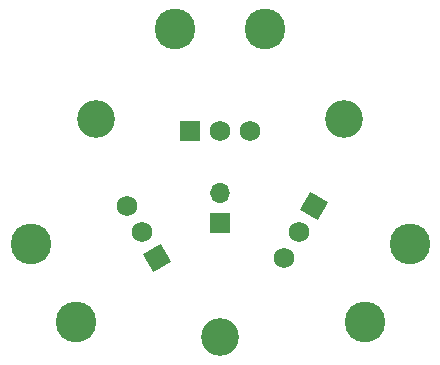
<source format=gbs>
G04 #@! TF.GenerationSoftware,KiCad,Pcbnew,(6.0.7-1)-1*
G04 #@! TF.CreationDate,2022-12-01T13:28:40-08:00*
G04 #@! TF.ProjectId,can-hub-pcb,63616e2d-6875-4622-9d70-63622e6b6963,rev?*
G04 #@! TF.SameCoordinates,Original*
G04 #@! TF.FileFunction,Soldermask,Bot*
G04 #@! TF.FilePolarity,Negative*
%FSLAX46Y46*%
G04 Gerber Fmt 4.6, Leading zero omitted, Abs format (unit mm)*
G04 Created by KiCad (PCBNEW (6.0.7-1)-1) date 2022-12-01 13:28:40*
%MOMM*%
%LPD*%
G01*
G04 APERTURE LIST*
G04 Aperture macros list*
%AMRotRect*
0 Rectangle, with rotation*
0 The origin of the aperture is its center*
0 $1 length*
0 $2 width*
0 $3 Rotation angle, in degrees counterclockwise*
0 Add horizontal line*
21,1,$1,$2,0,0,$3*%
G04 Aperture macros list end*
%ADD10R,1.700000X1.700000*%
%ADD11O,1.700000X1.700000*%
%ADD12C,3.450000*%
%ADD13R,1.755000X1.755000*%
%ADD14C,1.755000*%
%ADD15C,3.200000*%
%ADD16RotRect,1.755000X1.755000X60.000000*%
%ADD17RotRect,1.755000X1.755000X300.000000*%
G04 APERTURE END LIST*
D10*
X157500000Y-100775000D03*
D11*
X157500000Y-98235000D03*
D12*
X161310000Y-84366000D03*
X153690000Y-84366000D03*
D13*
X154960000Y-93006000D03*
D14*
X157500000Y-93006000D03*
X160040000Y-93006000D03*
D15*
X157500000Y-110500000D03*
D12*
X169724459Y-109211261D03*
X173534459Y-102612148D03*
D16*
X165417000Y-99392000D03*
D14*
X164147000Y-101591705D03*
X162877000Y-103791409D03*
D12*
X145275541Y-109210852D03*
X141465541Y-102611739D03*
D17*
X152123000Y-103791000D03*
D14*
X150853000Y-101591295D03*
X149583000Y-99391591D03*
D15*
X168000000Y-92000000D03*
X147000000Y-92000000D03*
M02*

</source>
